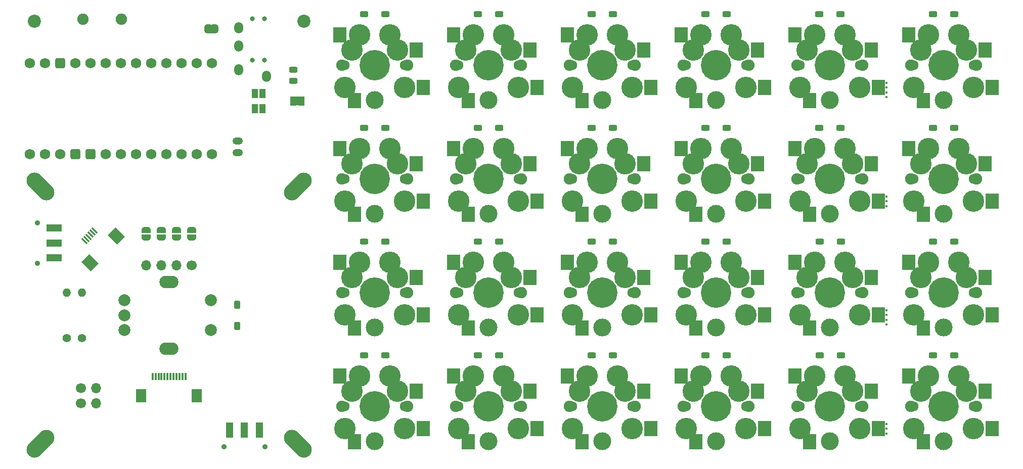
<source format=gbr>
%TF.GenerationSoftware,KiCad,Pcbnew,9.0.5-9.0.5~ubuntu24.04.1*%
%TF.CreationDate,2025-11-20T23:26:16+08:00*%
%TF.ProjectId,TPS,5450532e-6b69-4636-9164-5f7063625858,rev?*%
%TF.SameCoordinates,Original*%
%TF.FileFunction,Soldermask,Top*%
%TF.FilePolarity,Negative*%
%FSLAX46Y46*%
G04 Gerber Fmt 4.6, Leading zero omitted, Abs format (unit mm)*
G04 Created by KiCad (PCBNEW 9.0.5-9.0.5~ubuntu24.04.1) date 2025-11-20 23:26:16*
%MOMM*%
%LPD*%
G01*
G04 APERTURE LIST*
G04 Aperture macros list*
%AMRoundRect*
0 Rectangle with rounded corners*
0 $1 Rounding radius*
0 $2 $3 $4 $5 $6 $7 $8 $9 X,Y pos of 4 corners*
0 Add a 4 corners polygon primitive as box body*
4,1,4,$2,$3,$4,$5,$6,$7,$8,$9,$2,$3,0*
0 Add four circle primitives for the rounded corners*
1,1,$1+$1,$2,$3*
1,1,$1+$1,$4,$5*
1,1,$1+$1,$6,$7*
1,1,$1+$1,$8,$9*
0 Add four rect primitives between the rounded corners*
20,1,$1+$1,$2,$3,$4,$5,0*
20,1,$1+$1,$4,$5,$6,$7,0*
20,1,$1+$1,$6,$7,$8,$9,0*
20,1,$1+$1,$8,$9,$2,$3,0*%
%AMHorizOval*
0 Thick line with rounded ends*
0 $1 width*
0 $2 $3 position (X,Y) of the first rounded end (center of the circle)*
0 $4 $5 position (X,Y) of the second rounded end (center of the circle)*
0 Add line between two ends*
20,1,$1,$2,$3,$4,$5,0*
0 Add two circle primitives to create the rounded ends*
1,1,$1,$2,$3*
1,1,$1,$4,$5*%
%AMRotRect*
0 Rectangle, with rotation*
0 The origin of the aperture is its center*
0 $1 length*
0 $2 width*
0 $3 Rotation angle, in degrees counterclockwise*
0 Add horizontal line*
21,1,$1,$2,0,0,$3*%
%AMOutline4P*
0 Free polygon, 4 corners , with rotation*
0 The origin of the aperture is its center*
0 number of corners: always 4*
0 $1 to $8 corner X, Y*
0 $9 Rotation angle, in degrees counterclockwise*
0 create outline with 4 corners*
4,1,4,$1,$2,$3,$4,$5,$6,$7,$8,$1,$2,$9*%
%AMFreePoly0*
4,1,23,0.500000,-0.750000,0.000000,-0.750000,0.000000,-0.745722,-0.065263,-0.745722,-0.191342,-0.711940,-0.304381,-0.646677,-0.396677,-0.554381,-0.461940,-0.441342,-0.495722,-0.315263,-0.495722,-0.250000,-0.500000,-0.250000,-0.500000,0.250000,-0.495722,0.250000,-0.495722,0.315263,-0.461940,0.441342,-0.396677,0.554381,-0.304381,0.646677,-0.191342,0.711940,-0.065263,0.745722,0.000000,0.745722,
0.000000,0.750000,0.500000,0.750000,0.500000,-0.750000,0.500000,-0.750000,$1*%
%AMFreePoly1*
4,1,23,0.000000,0.745722,0.065263,0.745722,0.191342,0.711940,0.304381,0.646677,0.396677,0.554381,0.461940,0.441342,0.495722,0.315263,0.495722,0.250000,0.500000,0.250000,0.500000,-0.250000,0.495722,-0.250000,0.495722,-0.315263,0.461940,-0.441342,0.396677,-0.554381,0.304381,-0.646677,0.191342,-0.711940,0.065263,-0.745722,0.000000,-0.745722,0.000000,-0.750000,-0.500000,-0.750000,
-0.500000,0.750000,0.000000,0.750000,0.000000,0.745722,0.000000,0.745722,$1*%
G04 Aperture macros list end*
%ADD10RoundRect,0.250000X-0.450000X-0.250000X0.450000X-0.250000X0.450000X0.250000X-0.450000X0.250000X0*%
%ADD11HorizOval,2.700000X0.989949X0.989949X-0.989949X-0.989949X0*%
%ADD12C,0.450000*%
%ADD13C,1.900000*%
%ADD14C,1.750000*%
%ADD15C,5.100000*%
%ADD16C,3.000000*%
%ADD17Outline4P,-1.079500X-1.250000X1.079500X-1.250000X1.079500X1.250000X-1.079500X1.250000X180.000000*%
%ADD18C,3.600000*%
%ADD19C,2.200000*%
%ADD20R,1.000000X1.500000*%
%ADD21C,0.800000*%
%ADD22O,1.500000X1.900000*%
%ADD23FreePoly0,90.000000*%
%ADD24FreePoly1,90.000000*%
%ADD25RoundRect,0.250000X-0.250000X0.450000X-0.250000X-0.450000X0.250000X-0.450000X0.250000X0.450000X0*%
%ADD26C,2.000000*%
%ADD27O,3.200000X2.100000*%
%ADD28C,1.400000*%
%ADD29O,1.400000X1.400000*%
%ADD30RotRect,0.300000X1.300000X45.000000*%
%ADD31RotRect,1.800000X2.200000X45.000000*%
%ADD32HorizOval,2.700000X-0.989949X-0.989949X0.989949X0.989949X0*%
%ADD33FreePoly0,0.000000*%
%ADD34FreePoly1,0.000000*%
%ADD35RoundRect,0.243750X0.456250X-0.243750X0.456250X0.243750X-0.456250X0.243750X-0.456250X-0.243750X0*%
%ADD36C,0.900000*%
%ADD37Outline4P,-0.600000X-1.250000X0.600000X-1.250000X0.600000X1.250000X-0.600000X1.250000X270.000000*%
%ADD38C,1.700000*%
%ADD39O,1.700000X1.700000*%
%ADD40HorizOval,2.700000X-0.989949X0.989949X0.989949X-0.989949X0*%
%ADD41O,1.750000X1.200000*%
%ADD42R,0.300000X1.300000*%
%ADD43R,1.800000X2.200000*%
%ADD44Outline4P,-0.600000X-1.250000X0.600000X-1.250000X0.600000X1.250000X-0.600000X1.250000X0.000000*%
%ADD45C,1.752600*%
%ADD46RoundRect,0.438150X0.438150X0.438150X-0.438150X0.438150X-0.438150X-0.438150X0.438150X-0.438150X0*%
G04 APERTURE END LIST*
%TO.C,JP15*%
G36*
X84560000Y-43783000D02*
G01*
X84860000Y-43783000D01*
X84860000Y-45283000D01*
X84560000Y-45283000D01*
X84560000Y-43783000D01*
G37*
%TO.C,JP13*%
G36*
X70166000Y-31751000D02*
G01*
X70466000Y-31751000D01*
X70466000Y-33251000D01*
X70166000Y-33251000D01*
X70166000Y-31751000D01*
G37*
%TD*%
D10*
%TO.C,D13*%
X153025000Y-30000000D03*
X156575000Y-30000000D03*
%TD*%
D11*
%TO.C,H10*%
X84775000Y-58886000D03*
%TD*%
D10*
%TO.C,D20*%
X172205000Y-87150000D03*
X175755000Y-87150000D03*
%TD*%
D12*
%TO.C,H16*%
X183375000Y-82025000D03*
X183375000Y-81225000D03*
X183375000Y-80425000D03*
X183375000Y-79625000D03*
%TD*%
D13*
%TO.C,K16*%
X149300000Y-95675000D03*
D14*
X149720000Y-95675000D03*
D15*
X154800000Y-95675000D03*
D16*
X154800000Y-101575000D03*
D14*
X159880000Y-95675000D03*
D13*
X160300000Y-95675000D03*
D17*
X149004000Y-90595000D03*
D18*
X149800000Y-99475000D03*
X150990000Y-93135000D03*
D17*
X151419000Y-101675000D03*
D18*
X152260000Y-90595000D03*
X157340000Y-90595000D03*
X158610000Y-93135000D03*
X159800000Y-99475000D03*
D17*
X161797000Y-93135000D03*
X162971000Y-99475000D03*
%TD*%
D19*
%TO.C,H7*%
X85775000Y-31200000D03*
%TD*%
D20*
%TO.C,JP15*%
X84060000Y-44533000D03*
X85360000Y-44533000D03*
%TD*%
D10*
%TO.C,D1*%
X95875000Y-30000000D03*
X99425000Y-30000000D03*
%TD*%
%TO.C,D18*%
X172075000Y-49050000D03*
X175625000Y-49050000D03*
%TD*%
D13*
%TO.C,K3*%
X92150000Y-76625000D03*
D14*
X92570000Y-76625000D03*
D15*
X97650000Y-76625000D03*
D16*
X97650000Y-82525000D03*
D14*
X102730000Y-76625000D03*
D13*
X103150000Y-76625000D03*
D17*
X91854000Y-71545000D03*
D18*
X92650000Y-80425000D03*
X93840000Y-74085000D03*
D17*
X94269000Y-82625000D03*
D18*
X95110000Y-71545000D03*
X100190000Y-71545000D03*
X101460000Y-74085000D03*
X102650000Y-80425000D03*
D17*
X104647000Y-74085000D03*
X105821000Y-80425000D03*
%TD*%
D13*
%TO.C,K4*%
X92150000Y-95675000D03*
D14*
X92570000Y-95675000D03*
D15*
X97650000Y-95675000D03*
D16*
X97650000Y-101575000D03*
D14*
X102730000Y-95675000D03*
D13*
X103150000Y-95675000D03*
D17*
X91854000Y-90595000D03*
D18*
X92650000Y-99475000D03*
X93840000Y-93135000D03*
D17*
X94269000Y-101675000D03*
D18*
X95110000Y-90595000D03*
X100190000Y-90595000D03*
X101460000Y-93135000D03*
X102650000Y-99475000D03*
D17*
X104647000Y-93135000D03*
X105821000Y-99475000D03*
%TD*%
D10*
%TO.C,D22*%
X191125000Y-49050000D03*
X194675000Y-49050000D03*
%TD*%
D13*
%TO.C,K1*%
X92150000Y-38525000D03*
D14*
X92570000Y-38525000D03*
D15*
X97650000Y-38525000D03*
D16*
X97650000Y-44425000D03*
D14*
X102730000Y-38525000D03*
D13*
X103150000Y-38525000D03*
D17*
X91854000Y-33445000D03*
D18*
X92650000Y-42325000D03*
X93840000Y-35985000D03*
D17*
X94269000Y-44525000D03*
D18*
X95110000Y-33445000D03*
X100190000Y-33445000D03*
X101460000Y-35985000D03*
X102650000Y-42325000D03*
D17*
X104647000Y-35985000D03*
X105821000Y-42325000D03*
%TD*%
D10*
%TO.C,D6*%
X114925000Y-49050000D03*
X118475000Y-49050000D03*
%TD*%
D13*
%TO.C,K7*%
X111200000Y-76625000D03*
D14*
X111620000Y-76625000D03*
D15*
X116700000Y-76625000D03*
D16*
X116700000Y-82525000D03*
D14*
X121780000Y-76625000D03*
D13*
X122200000Y-76625000D03*
D17*
X110904000Y-71545000D03*
D18*
X111700000Y-80425000D03*
X112890000Y-74085000D03*
D17*
X113319000Y-82625000D03*
D18*
X114160000Y-71545000D03*
X119240000Y-71545000D03*
X120510000Y-74085000D03*
X121700000Y-80425000D03*
D17*
X123697000Y-74085000D03*
X124871000Y-80425000D03*
%TD*%
D13*
%TO.C,K9*%
X130250000Y-38525000D03*
D14*
X130670000Y-38525000D03*
D15*
X135750000Y-38525000D03*
D16*
X135750000Y-44425000D03*
D14*
X140830000Y-38525000D03*
D13*
X141250000Y-38525000D03*
D17*
X129954000Y-33445000D03*
D18*
X130750000Y-42325000D03*
X131940000Y-35985000D03*
D17*
X132369000Y-44525000D03*
D18*
X133210000Y-33445000D03*
X138290000Y-33445000D03*
X139560000Y-35985000D03*
X140750000Y-42325000D03*
D17*
X142747000Y-35985000D03*
X143921000Y-42325000D03*
%TD*%
D10*
%TO.C,D2*%
X95875000Y-49050000D03*
X99425000Y-49050000D03*
%TD*%
%TO.C,D7*%
X114925000Y-68100000D03*
X118475000Y-68100000D03*
%TD*%
D21*
%TO.C,J9*%
X77214000Y-30750000D03*
X77214000Y-37750000D03*
X79214000Y-30750000D03*
X79214000Y-37750000D03*
D22*
X74914000Y-35350000D03*
X74914000Y-32302000D03*
X79514000Y-40450000D03*
X74914000Y-39350000D03*
%TD*%
D12*
%TO.C,H17*%
X183375000Y-100275000D03*
X183375000Y-99475000D03*
X183375000Y-98675000D03*
%TD*%
D13*
%TO.C,K17*%
X168350000Y-38525000D03*
D14*
X168770000Y-38525000D03*
D15*
X173850000Y-38525000D03*
D16*
X173850000Y-44425000D03*
D14*
X178930000Y-38525000D03*
D13*
X179350000Y-38525000D03*
D17*
X168054000Y-33445000D03*
D18*
X168850000Y-42325000D03*
X170040000Y-35985000D03*
D17*
X170469000Y-44525000D03*
D18*
X171310000Y-33445000D03*
X176390000Y-33445000D03*
X177660000Y-35985000D03*
X178850000Y-42325000D03*
D17*
X180847000Y-35985000D03*
X182021000Y-42325000D03*
%TD*%
D13*
%TO.C,K22*%
X187400000Y-57575000D03*
D14*
X187820000Y-57575000D03*
D15*
X192900000Y-57575000D03*
D16*
X192900000Y-63475000D03*
D14*
X197980000Y-57575000D03*
D13*
X198400000Y-57575000D03*
D17*
X187104000Y-52495000D03*
D18*
X187900000Y-61375000D03*
X189090000Y-55035000D03*
D17*
X189519000Y-63575000D03*
D18*
X190360000Y-52495000D03*
X195440000Y-52495000D03*
X196710000Y-55035000D03*
X197900000Y-61375000D03*
D17*
X199897000Y-55035000D03*
X201071000Y-61375000D03*
%TD*%
D19*
%TO.C,H6*%
X40661000Y-31200000D03*
%TD*%
D12*
%TO.C,H15*%
X183375000Y-62175000D03*
X183375000Y-61375000D03*
X183375000Y-60575000D03*
%TD*%
D13*
%TO.C,K21*%
X187400000Y-38525000D03*
D14*
X187820000Y-38525000D03*
D15*
X192900000Y-38525000D03*
D16*
X192900000Y-44425000D03*
D14*
X197980000Y-38525000D03*
D13*
X198400000Y-38525000D03*
D17*
X187104000Y-33445000D03*
D18*
X187900000Y-42325000D03*
X189090000Y-35985000D03*
D17*
X189519000Y-44525000D03*
D18*
X190360000Y-33445000D03*
X195440000Y-33445000D03*
X196710000Y-35985000D03*
X197900000Y-42325000D03*
D17*
X199897000Y-35985000D03*
X201071000Y-42325000D03*
%TD*%
D10*
%TO.C,D19*%
X172205000Y-68100000D03*
X175755000Y-68100000D03*
%TD*%
D23*
%TO.C,JP5*%
X67027500Y-67443000D03*
D24*
X67027500Y-66143000D03*
%TD*%
D13*
%TO.C,K23*%
X187400000Y-76625000D03*
D14*
X187820000Y-76625000D03*
D15*
X192900000Y-76625000D03*
D16*
X192900000Y-82525000D03*
D14*
X197980000Y-76625000D03*
D13*
X198400000Y-76625000D03*
D17*
X187104000Y-71545000D03*
D18*
X187900000Y-80425000D03*
X189090000Y-74085000D03*
D17*
X189519000Y-82625000D03*
D18*
X190360000Y-71545000D03*
X195440000Y-71545000D03*
X196710000Y-74085000D03*
X197900000Y-80425000D03*
D17*
X199897000Y-74085000D03*
X201071000Y-80425000D03*
%TD*%
D10*
%TO.C,D12*%
X133975000Y-87150000D03*
X137525000Y-87150000D03*
%TD*%
D25*
%TO.C,D25*%
X74638000Y-78668000D03*
X74638000Y-82218000D03*
%TD*%
D13*
%TO.C,K18*%
X168350000Y-57575000D03*
D14*
X168770000Y-57575000D03*
D15*
X173850000Y-57575000D03*
D16*
X173850000Y-63475000D03*
D14*
X178930000Y-57575000D03*
D13*
X179350000Y-57575000D03*
D17*
X168054000Y-52495000D03*
D18*
X168850000Y-61375000D03*
X170040000Y-55035000D03*
D17*
X170469000Y-63575000D03*
D18*
X171310000Y-52495000D03*
X176390000Y-52495000D03*
X177660000Y-55035000D03*
X178850000Y-61375000D03*
D17*
X180847000Y-55035000D03*
X182021000Y-61375000D03*
%TD*%
D10*
%TO.C,D4*%
X95875000Y-87150000D03*
X99425000Y-87150000D03*
%TD*%
%TO.C,D14*%
X153025000Y-49050000D03*
X156575000Y-49050000D03*
%TD*%
%TO.C,D11*%
X133975000Y-68100000D03*
X137525000Y-68100000D03*
%TD*%
%TO.C,D10*%
X133975000Y-49050000D03*
X137525000Y-49050000D03*
%TD*%
D26*
%TO.C,K25*%
X55718000Y-77943000D03*
X55718000Y-82943000D03*
X55718000Y-80443000D03*
D27*
X63218000Y-74843000D03*
X63218000Y-86043000D03*
D26*
X70218000Y-77943000D03*
X70218000Y-82943000D03*
%TD*%
D13*
%TO.C,K13*%
X149300000Y-38525000D03*
D14*
X149720000Y-38525000D03*
D15*
X154800000Y-38525000D03*
D16*
X154800000Y-44425000D03*
D14*
X159880000Y-38525000D03*
D13*
X160300000Y-38525000D03*
D17*
X149004000Y-33445000D03*
D18*
X149800000Y-42325000D03*
X150990000Y-35985000D03*
D17*
X151419000Y-44525000D03*
D18*
X152260000Y-33445000D03*
X157340000Y-33445000D03*
X158610000Y-35985000D03*
X159800000Y-42325000D03*
D17*
X161797000Y-35985000D03*
X162971000Y-42325000D03*
%TD*%
D28*
%TO.C,R1*%
X46110000Y-84253000D03*
D29*
X46110000Y-76633000D03*
%TD*%
D30*
%TO.C,J5*%
X49025969Y-68018736D03*
X49379522Y-67665183D03*
X49733076Y-67311629D03*
X50086629Y-66958076D03*
X50440183Y-66604522D03*
X50793736Y-66250969D03*
D31*
X49980563Y-71660336D03*
X54435336Y-67205563D03*
%TD*%
D32*
%TO.C,H9*%
X41661000Y-102000000D03*
%TD*%
D13*
%TO.C,K12*%
X130250000Y-95675000D03*
D14*
X130670000Y-95675000D03*
D15*
X135750000Y-95675000D03*
D16*
X135750000Y-101575000D03*
D14*
X140830000Y-95675000D03*
D13*
X141250000Y-95675000D03*
D17*
X129954000Y-90595000D03*
D18*
X130750000Y-99475000D03*
X131940000Y-93135000D03*
D17*
X132369000Y-101675000D03*
D18*
X133210000Y-90595000D03*
X138290000Y-90595000D03*
X139560000Y-93135000D03*
X140750000Y-99475000D03*
D17*
X142747000Y-93135000D03*
X143921000Y-99475000D03*
%TD*%
D33*
%TO.C,JP13*%
X69666000Y-32501000D03*
D34*
X70966000Y-32501000D03*
%TD*%
D35*
%TO.C,F2*%
X84060000Y-41217500D03*
X84060000Y-39342500D03*
%TD*%
D10*
%TO.C,D16*%
X153025000Y-87150000D03*
X156575000Y-87150000D03*
%TD*%
%TO.C,D17*%
X172075000Y-30000000D03*
X175625000Y-30000000D03*
%TD*%
D23*
%TO.C,JP7*%
X61947500Y-67443000D03*
D24*
X61947500Y-66143000D03*
%TD*%
D20*
%TO.C,JP1*%
X78864000Y-45803000D03*
X77564000Y-45803000D03*
%TD*%
D36*
%TO.C,SW2*%
X41214000Y-64950000D03*
X41214000Y-71750000D03*
D37*
X43964000Y-65850000D03*
X43964000Y-68350000D03*
X43964000Y-70850000D03*
%TD*%
D20*
%TO.C,JP2*%
X78864000Y-43263000D03*
X77564000Y-43263000D03*
%TD*%
D13*
%TO.C,SW1*%
X55271000Y-30823000D03*
X48771000Y-30823000D03*
%TD*%
%TO.C,K14*%
X149300000Y-57575000D03*
D14*
X149720000Y-57575000D03*
D15*
X154800000Y-57575000D03*
D16*
X154800000Y-63475000D03*
D14*
X159880000Y-57575000D03*
D13*
X160300000Y-57575000D03*
D17*
X149004000Y-52495000D03*
D18*
X149800000Y-61375000D03*
X150990000Y-55035000D03*
D17*
X151419000Y-63575000D03*
D18*
X152260000Y-52495000D03*
X157340000Y-52495000D03*
X158610000Y-55035000D03*
X159800000Y-61375000D03*
D17*
X161797000Y-55035000D03*
X162971000Y-61375000D03*
%TD*%
D38*
%TO.C,J7*%
X48439000Y-95222000D03*
D39*
X50979000Y-95222000D03*
%TD*%
D10*
%TO.C,D3*%
X95875000Y-68100000D03*
X99425000Y-68100000D03*
%TD*%
D13*
%TO.C,K5*%
X111200000Y-38525000D03*
D14*
X111620000Y-38525000D03*
D15*
X116700000Y-38525000D03*
D16*
X116700000Y-44425000D03*
D14*
X121780000Y-38525000D03*
D13*
X122200000Y-38525000D03*
D17*
X110904000Y-33445000D03*
D18*
X111700000Y-42325000D03*
X112890000Y-35985000D03*
D17*
X113319000Y-44525000D03*
D18*
X114160000Y-33445000D03*
X119240000Y-33445000D03*
X120510000Y-35985000D03*
X121700000Y-42325000D03*
D17*
X123697000Y-35985000D03*
X124871000Y-42325000D03*
%TD*%
D13*
%TO.C,K11*%
X130250000Y-76625000D03*
D14*
X130670000Y-76625000D03*
D15*
X135750000Y-76625000D03*
D16*
X135750000Y-82525000D03*
D14*
X140830000Y-76625000D03*
D13*
X141250000Y-76625000D03*
D17*
X129954000Y-71545000D03*
D18*
X130750000Y-80425000D03*
X131940000Y-74085000D03*
D17*
X132369000Y-82625000D03*
D18*
X133210000Y-71545000D03*
X138290000Y-71545000D03*
X139560000Y-74085000D03*
X140750000Y-80425000D03*
D17*
X142747000Y-74085000D03*
X143921000Y-80425000D03*
%TD*%
D10*
%TO.C,D15*%
X153025000Y-68100000D03*
X156575000Y-68100000D03*
%TD*%
D13*
%TO.C,K20*%
X168350000Y-95675000D03*
D14*
X168770000Y-95675000D03*
D15*
X173850000Y-95675000D03*
D16*
X173850000Y-101575000D03*
D14*
X178930000Y-95675000D03*
D13*
X179350000Y-95675000D03*
D17*
X168054000Y-90595000D03*
D18*
X168850000Y-99475000D03*
X170040000Y-93135000D03*
D17*
X170469000Y-101675000D03*
D18*
X171310000Y-90595000D03*
X176390000Y-90595000D03*
X177660000Y-93135000D03*
X178850000Y-99475000D03*
D17*
X180847000Y-93135000D03*
X182021000Y-99475000D03*
%TD*%
D13*
%TO.C,K15*%
X149300000Y-76625000D03*
D14*
X149720000Y-76625000D03*
D15*
X154800000Y-76625000D03*
D16*
X154800000Y-82525000D03*
D14*
X159880000Y-76625000D03*
D13*
X160300000Y-76625000D03*
D17*
X149004000Y-71545000D03*
D18*
X149800000Y-80425000D03*
X150990000Y-74085000D03*
D17*
X151419000Y-82625000D03*
D18*
X152260000Y-71545000D03*
X157340000Y-71545000D03*
X158610000Y-74085000D03*
X159800000Y-80425000D03*
D17*
X161797000Y-74085000D03*
X162971000Y-80425000D03*
%TD*%
D40*
%TO.C,H8*%
X41661000Y-58886000D03*
%TD*%
D10*
%TO.C,D8*%
X114925000Y-87150000D03*
X118475000Y-87150000D03*
%TD*%
D13*
%TO.C,K10*%
X130250000Y-57575000D03*
D14*
X130670000Y-57575000D03*
D15*
X135750000Y-57575000D03*
D16*
X135750000Y-63475000D03*
D14*
X140830000Y-57575000D03*
D13*
X141250000Y-57575000D03*
D17*
X129954000Y-52495000D03*
D18*
X130750000Y-61375000D03*
X131940000Y-55035000D03*
D17*
X132369000Y-63575000D03*
D18*
X133210000Y-52495000D03*
X138290000Y-52495000D03*
X139560000Y-55035000D03*
X140750000Y-61375000D03*
D17*
X142747000Y-55035000D03*
X143921000Y-61375000D03*
%TD*%
D10*
%TO.C,D9*%
X133975000Y-30000000D03*
X137525000Y-30000000D03*
%TD*%
D41*
%TO.C,J4*%
X74731000Y-53236000D03*
X74731000Y-51236000D03*
%TD*%
D10*
%TO.C,D24*%
X191125000Y-87150000D03*
X194675000Y-87150000D03*
%TD*%
D38*
%TO.C,J1*%
X67027500Y-72073000D03*
D39*
X64487500Y-72073000D03*
X61947500Y-72073000D03*
X59407500Y-72073000D03*
%TD*%
D13*
%TO.C,K6*%
X111200000Y-57575000D03*
D14*
X111620000Y-57575000D03*
D15*
X116700000Y-57575000D03*
D16*
X116700000Y-63475000D03*
D14*
X121780000Y-57575000D03*
D13*
X122200000Y-57575000D03*
D17*
X110904000Y-52495000D03*
D18*
X111700000Y-61375000D03*
X112890000Y-55035000D03*
D17*
X113319000Y-63575000D03*
D18*
X114160000Y-52495000D03*
X119240000Y-52495000D03*
X120510000Y-55035000D03*
X121700000Y-61375000D03*
D17*
X123697000Y-55035000D03*
X124871000Y-61375000D03*
%TD*%
D42*
%TO.C,J2*%
X60471000Y-90702000D03*
X60971000Y-90702000D03*
X61471000Y-90702000D03*
X61971000Y-90702000D03*
X62471000Y-90702000D03*
X62971000Y-90702000D03*
X63471000Y-90702000D03*
X63971000Y-90702000D03*
X64471000Y-90702000D03*
X64971000Y-90702000D03*
X65471000Y-90702000D03*
X65971000Y-90702000D03*
D43*
X58571000Y-93952000D03*
X67871000Y-93952000D03*
%TD*%
D38*
%TO.C,J8*%
X48439000Y-92682000D03*
D39*
X50979000Y-92682000D03*
%TD*%
D40*
%TO.C,H11*%
X84775000Y-102000000D03*
%TD*%
D28*
%TO.C,R2*%
X48650000Y-84253000D03*
D29*
X48650000Y-76633000D03*
%TD*%
D10*
%TO.C,D21*%
X191125000Y-30000000D03*
X194675000Y-30000000D03*
%TD*%
%TO.C,D5*%
X114925000Y-30000000D03*
X118475000Y-30000000D03*
%TD*%
D13*
%TO.C,K2*%
X92150000Y-57575000D03*
D14*
X92570000Y-57575000D03*
D15*
X97650000Y-57575000D03*
D16*
X97650000Y-63475000D03*
D14*
X102730000Y-57575000D03*
D13*
X103150000Y-57575000D03*
D17*
X91854000Y-52495000D03*
D18*
X92650000Y-61375000D03*
X93840000Y-55035000D03*
D17*
X94269000Y-63575000D03*
D18*
X95110000Y-52495000D03*
X100190000Y-52495000D03*
X101460000Y-55035000D03*
X102650000Y-61375000D03*
D17*
X104647000Y-55035000D03*
X105821000Y-61375000D03*
%TD*%
D36*
%TO.C,SW3*%
X72452000Y-102447000D03*
X79252000Y-102447000D03*
D44*
X73352000Y-99697000D03*
X75852000Y-99697000D03*
X78352000Y-99697000D03*
%TD*%
D10*
%TO.C,D23*%
X191125000Y-68100000D03*
X194675000Y-68100000D03*
%TD*%
D13*
%TO.C,K24*%
X187400000Y-95675000D03*
D14*
X187820000Y-95675000D03*
D15*
X192900000Y-95675000D03*
D16*
X192900000Y-101575000D03*
D14*
X197980000Y-95675000D03*
D13*
X198400000Y-95675000D03*
D17*
X187104000Y-90595000D03*
D18*
X187900000Y-99475000D03*
X189090000Y-93135000D03*
D17*
X189519000Y-101675000D03*
D18*
X190360000Y-90595000D03*
X195440000Y-90595000D03*
X196710000Y-93135000D03*
X197900000Y-99475000D03*
D17*
X199897000Y-93135000D03*
X201071000Y-99475000D03*
%TD*%
D13*
%TO.C,K8*%
X111200000Y-95675000D03*
D14*
X111620000Y-95675000D03*
D15*
X116700000Y-95675000D03*
D16*
X116700000Y-101575000D03*
D14*
X121780000Y-95675000D03*
D13*
X122200000Y-95675000D03*
D17*
X110904000Y-90595000D03*
D18*
X111700000Y-99475000D03*
X112890000Y-93135000D03*
D17*
X113319000Y-101675000D03*
D18*
X114160000Y-90595000D03*
X119240000Y-90595000D03*
X120510000Y-93135000D03*
X121700000Y-99475000D03*
D17*
X123697000Y-93135000D03*
X124871000Y-99475000D03*
%TD*%
D23*
%TO.C,JP6*%
X64487500Y-67443000D03*
D24*
X64487500Y-66143000D03*
%TD*%
D23*
%TO.C,JP8*%
X59407500Y-67443000D03*
D24*
X59407500Y-66143000D03*
%TD*%
D12*
%TO.C,H14*%
X183375000Y-43925000D03*
X183375000Y-43125000D03*
X183375000Y-42325000D03*
X183375000Y-41525000D03*
%TD*%
D13*
%TO.C,K19*%
X168350000Y-76625000D03*
D14*
X168770000Y-76625000D03*
D15*
X173850000Y-76625000D03*
D16*
X173850000Y-82525000D03*
D14*
X178930000Y-76625000D03*
D13*
X179350000Y-76625000D03*
D17*
X168054000Y-71545000D03*
D18*
X168850000Y-80425000D03*
X170040000Y-74085000D03*
D17*
X170469000Y-82625000D03*
D18*
X171310000Y-71545000D03*
X176390000Y-71545000D03*
X177660000Y-74085000D03*
X178850000Y-80425000D03*
D17*
X180847000Y-74085000D03*
X182021000Y-80425000D03*
%TD*%
D45*
%TO.C,U1*%
X39881000Y-53461000D03*
X42421000Y-53461000D03*
X44961000Y-53461000D03*
D46*
X47501000Y-53461000D03*
X50041000Y-53461000D03*
D45*
X52581000Y-53461000D03*
X55121000Y-53461000D03*
X57661000Y-53461000D03*
X60201000Y-53461000D03*
X62741000Y-53461000D03*
X65281000Y-53461000D03*
X67821000Y-53461000D03*
X70361000Y-53461000D03*
X70361000Y-38221000D03*
X67821000Y-38221000D03*
X65281000Y-38221000D03*
X62741000Y-38221000D03*
X60201000Y-38221000D03*
X57661000Y-38221000D03*
X55121000Y-38221000D03*
X52581000Y-38221000D03*
X50041000Y-38221000D03*
X47501000Y-38221000D03*
D46*
X44961000Y-38221000D03*
D45*
X42421000Y-38221000D03*
X39881000Y-38221000D03*
%TD*%
M02*

</source>
